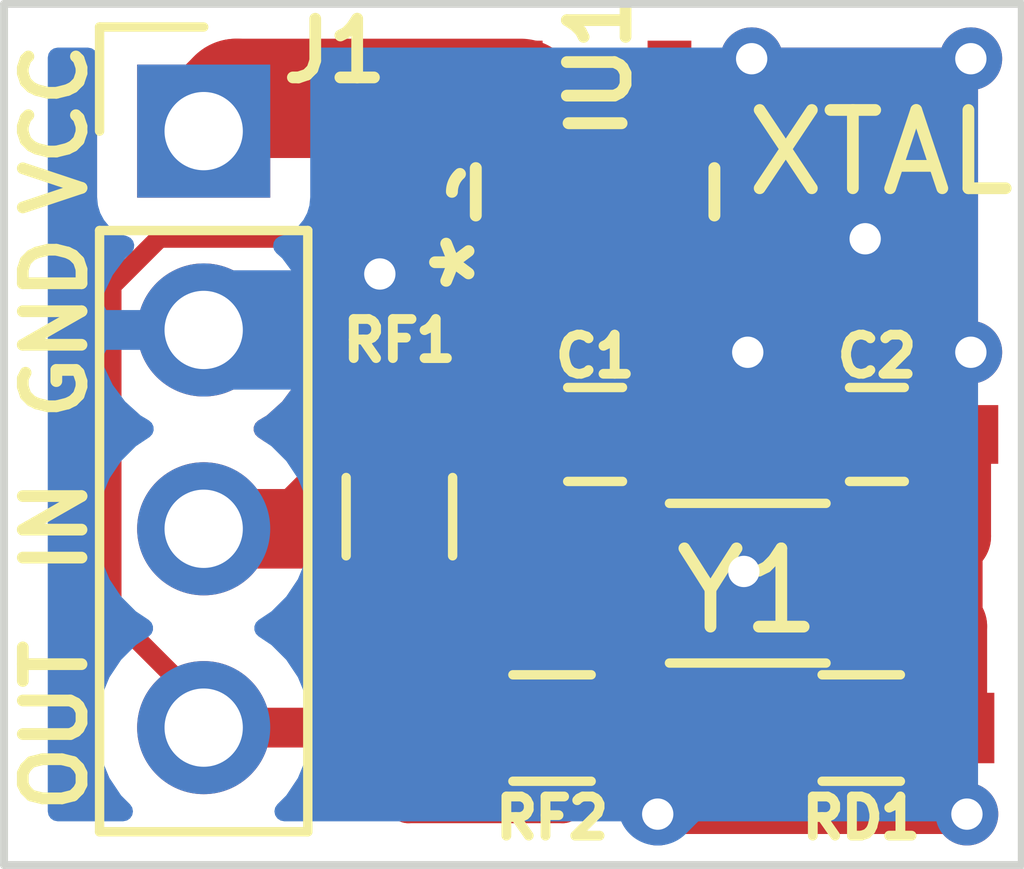
<source format=kicad_pcb>
(kicad_pcb (version 20171130) (host pcbnew "(5.1.6-0-10_14)")

  (general
    (thickness 1.6)
    (drawings 10)
    (tracks 88)
    (zones 0)
    (modules 8)
    (nets 7)
  )

  (page A4)
  (layers
    (0 F.Cu signal hide)
    (31 B.Cu signal hide)
    (32 B.Adhes user)
    (33 F.Adhes user)
    (34 B.Paste user)
    (35 F.Paste user)
    (36 B.SilkS user)
    (37 F.SilkS user)
    (38 B.Mask user)
    (39 F.Mask user)
    (40 Dwgs.User user hide)
    (41 Cmts.User user)
    (42 Eco1.User user)
    (43 Eco2.User user)
    (44 Edge.Cuts user)
    (45 Margin user)
    (46 B.CrtYd user)
    (47 F.CrtYd user hide)
    (48 B.Fab user)
    (49 F.Fab user hide)
  )

  (setup
    (last_trace_width 0.25)
    (user_trace_width 0.508)
    (user_trace_width 1.016)
    (user_trace_width 1.524)
    (user_trace_width 2.54)
    (trace_clearance 0.2)
    (zone_clearance 0.508)
    (zone_45_only no)
    (trace_min 0.2)
    (via_size 0.8)
    (via_drill 0.4)
    (via_min_size 0.4)
    (via_min_drill 0.3)
    (user_via 0.508 0.4)
    (user_via 1.016 0.4)
    (user_via 1.524 0.4)
    (user_via 2.54 0.4)
    (uvia_size 0.3)
    (uvia_drill 0.1)
    (uvias_allowed no)
    (uvia_min_size 0.2)
    (uvia_min_drill 0.1)
    (edge_width 0.1)
    (segment_width 0.2)
    (pcb_text_width 0.3)
    (pcb_text_size 1.5 1.5)
    (mod_edge_width 0.15)
    (mod_text_size 1 1)
    (mod_text_width 0.15)
    (pad_size 1.524 1.524)
    (pad_drill 0.762)
    (pad_to_mask_clearance 0)
    (aux_axis_origin 0 0)
    (visible_elements FFFFFF7F)
    (pcbplotparams
      (layerselection 0x010fc_ffffffff)
      (usegerberextensions true)
      (usegerberattributes true)
      (usegerberadvancedattributes true)
      (creategerberjobfile true)
      (excludeedgelayer true)
      (linewidth 0.100000)
      (plotframeref false)
      (viasonmask false)
      (mode 1)
      (useauxorigin false)
      (hpglpennumber 1)
      (hpglpenspeed 20)
      (hpglpendiameter 15.000000)
      (psnegative false)
      (psa4output false)
      (plotreference true)
      (plotvalue true)
      (plotinvisibletext false)
      (padsonsilk false)
      (subtractmaskfromsilk false)
      (outputformat 1)
      (mirror false)
      (drillshape 0)
      (scaleselection 1)
      (outputdirectory ""))
  )

  (net 0 "")
  (net 1 GND)
  (net 2 IN)
  (net 3 "Net-(C2-Pad1)")
  (net 4 OUT)
  (net 5 VCC)
  (net 6 "Net-(RF1-Pad1)")

  (net_class Default "This is the default net class."
    (clearance 0.2)
    (trace_width 0.25)
    (via_dia 0.8)
    (via_drill 0.4)
    (uvia_dia 0.3)
    (uvia_drill 0.1)
    (add_net GND)
    (add_net IN)
    (add_net "Net-(C2-Pad1)")
    (add_net "Net-(RF1-Pad1)")
    (add_net OUT)
    (add_net VCC)
  )

  (module Capacitors_SMD:C_0603_HandSoldering (layer F.Cu) (tedit 58AA848B) (tstamp 5FF5032A)
    (at 137.05 119)
    (descr "Capacitor SMD 0603, hand soldering")
    (tags "capacitor 0603")
    (path /5FDAF060)
    (attr smd)
    (fp_text reference C1 (at 0 -1 180) (layer F.SilkS)
      (effects (font (size 0.5 0.5) (thickness 0.125)))
    )
    (fp_text value 10pF (at 0 1.5) (layer F.Fab)
      (effects (font (size 1 1) (thickness 0.15)))
    )
    (fp_line (start -0.8 0.4) (end -0.8 -0.4) (layer F.Fab) (width 0.1))
    (fp_line (start 0.8 0.4) (end -0.8 0.4) (layer F.Fab) (width 0.1))
    (fp_line (start 0.8 -0.4) (end 0.8 0.4) (layer F.Fab) (width 0.1))
    (fp_line (start -0.8 -0.4) (end 0.8 -0.4) (layer F.Fab) (width 0.1))
    (fp_line (start -0.35 -0.6) (end 0.35 -0.6) (layer F.SilkS) (width 0.12))
    (fp_line (start 0.35 0.6) (end -0.35 0.6) (layer F.SilkS) (width 0.12))
    (fp_line (start -1.8 -0.65) (end 1.8 -0.65) (layer F.CrtYd) (width 0.05))
    (fp_line (start -1.8 -0.65) (end -1.8 0.65) (layer F.CrtYd) (width 0.05))
    (fp_line (start 1.8 0.65) (end 1.8 -0.65) (layer F.CrtYd) (width 0.05))
    (fp_line (start 1.8 0.65) (end -1.8 0.65) (layer F.CrtYd) (width 0.05))
    (fp_text user %R (at 0 -1.25) (layer F.Fab)
      (effects (font (size 1 1) (thickness 0.15)))
    )
    (pad 2 smd rect (at 0.95 0) (size 1.2 0.75) (layers F.Cu F.Paste F.Mask)
      (net 1 GND))
    (pad 1 smd rect (at -0.95 0) (size 1.2 0.75) (layers F.Cu F.Paste F.Mask)
      (net 2 IN))
    (model Capacitors_SMD.3dshapes/C_0603.wrl
      (at (xyz 0 0 0))
      (scale (xyz 1 1 1))
      (rotate (xyz 0 0 0))
    )
  )

  (module Capacitors_SMD:C_0603_HandSoldering (layer F.Cu) (tedit 58AA848B) (tstamp 5FF5033B)
    (at 140.65 119 180)
    (descr "Capacitor SMD 0603, hand soldering")
    (tags "capacitor 0603")
    (path /5FDAF9F8)
    (attr smd)
    (fp_text reference C2 (at 0 1) (layer F.SilkS)
      (effects (font (size 0.5 0.5) (thickness 0.125)))
    )
    (fp_text value 10pF (at 0 1.5) (layer F.Fab)
      (effects (font (size 1 1) (thickness 0.15)))
    )
    (fp_line (start 1.8 0.65) (end -1.8 0.65) (layer F.CrtYd) (width 0.05))
    (fp_line (start 1.8 0.65) (end 1.8 -0.65) (layer F.CrtYd) (width 0.05))
    (fp_line (start -1.8 -0.65) (end -1.8 0.65) (layer F.CrtYd) (width 0.05))
    (fp_line (start -1.8 -0.65) (end 1.8 -0.65) (layer F.CrtYd) (width 0.05))
    (fp_line (start 0.35 0.6) (end -0.35 0.6) (layer F.SilkS) (width 0.12))
    (fp_line (start -0.35 -0.6) (end 0.35 -0.6) (layer F.SilkS) (width 0.12))
    (fp_line (start -0.8 -0.4) (end 0.8 -0.4) (layer F.Fab) (width 0.1))
    (fp_line (start 0.8 -0.4) (end 0.8 0.4) (layer F.Fab) (width 0.1))
    (fp_line (start 0.8 0.4) (end -0.8 0.4) (layer F.Fab) (width 0.1))
    (fp_line (start -0.8 0.4) (end -0.8 -0.4) (layer F.Fab) (width 0.1))
    (fp_text user %R (at 0 -1.25) (layer F.Fab)
      (effects (font (size 1 1) (thickness 0.15)))
    )
    (pad 1 smd rect (at -0.95 0 180) (size 1.2 0.75) (layers F.Cu F.Paste F.Mask)
      (net 3 "Net-(C2-Pad1)"))
    (pad 2 smd rect (at 0.95 0 180) (size 1.2 0.75) (layers F.Cu F.Paste F.Mask)
      (net 1 GND))
    (model Capacitors_SMD.3dshapes/C_0603.wrl
      (at (xyz 0 0 0))
      (scale (xyz 1 1 1))
      (rotate (xyz 0 0 0))
    )
  )

  (module Resistors_SMD:R_0603_HandSoldering (layer F.Cu) (tedit 58E0A804) (tstamp 5FF50399)
    (at 140.45 122.75)
    (descr "Resistor SMD 0603, hand soldering")
    (tags "resistor 0603")
    (path /5FDB0E24)
    (attr smd)
    (fp_text reference RD1 (at 0 1.15) (layer F.SilkS)
      (effects (font (size 0.5 0.5) (thickness 0.125)))
    )
    (fp_text value 560kOhm (at 0 1.55) (layer F.Fab)
      (effects (font (size 1 1) (thickness 0.15)))
    )
    (fp_line (start -0.8 0.4) (end -0.8 -0.4) (layer F.Fab) (width 0.1))
    (fp_line (start 0.8 0.4) (end -0.8 0.4) (layer F.Fab) (width 0.1))
    (fp_line (start 0.8 -0.4) (end 0.8 0.4) (layer F.Fab) (width 0.1))
    (fp_line (start -0.8 -0.4) (end 0.8 -0.4) (layer F.Fab) (width 0.1))
    (fp_line (start 0.5 0.68) (end -0.5 0.68) (layer F.SilkS) (width 0.12))
    (fp_line (start -0.5 -0.68) (end 0.5 -0.68) (layer F.SilkS) (width 0.12))
    (fp_line (start -1.96 -0.7) (end 1.95 -0.7) (layer F.CrtYd) (width 0.05))
    (fp_line (start -1.96 -0.7) (end -1.96 0.7) (layer F.CrtYd) (width 0.05))
    (fp_line (start 1.95 0.7) (end 1.95 -0.7) (layer F.CrtYd) (width 0.05))
    (fp_line (start 1.95 0.7) (end -1.96 0.7) (layer F.CrtYd) (width 0.05))
    (fp_text user %R (at 0 0) (layer F.Fab)
      (effects (font (size 0.4 0.4) (thickness 0.075)))
    )
    (pad 2 smd rect (at 1.1 0) (size 1.2 0.9) (layers F.Cu F.Paste F.Mask)
      (net 3 "Net-(C2-Pad1)"))
    (pad 1 smd rect (at -1.1 0) (size 1.2 0.9) (layers F.Cu F.Paste F.Mask)
      (net 4 OUT))
    (model ${KISYS3DMOD}/Resistors_SMD.3dshapes/R_0603.wrl
      (at (xyz 0 0 0))
      (scale (xyz 1 1 1))
      (rotate (xyz 0 0 0))
    )
  )

  (module Resistors_SMD:R_0603_HandSoldering (layer F.Cu) (tedit 58E0A804) (tstamp 5FF503AA)
    (at 134.55 120.05 90)
    (descr "Resistor SMD 0603, hand soldering")
    (tags "resistor 0603")
    (path /5FDB181C)
    (attr smd)
    (fp_text reference RF1 (at 2.25 0 180) (layer F.SilkS)
      (effects (font (size 0.5 0.5) (thickness 0.125)))
    )
    (fp_text value 10M (at 0 1.55 90) (layer F.Fab)
      (effects (font (size 1 1) (thickness 0.15)))
    )
    (fp_line (start 1.95 0.7) (end -1.96 0.7) (layer F.CrtYd) (width 0.05))
    (fp_line (start 1.95 0.7) (end 1.95 -0.7) (layer F.CrtYd) (width 0.05))
    (fp_line (start -1.96 -0.7) (end -1.96 0.7) (layer F.CrtYd) (width 0.05))
    (fp_line (start -1.96 -0.7) (end 1.95 -0.7) (layer F.CrtYd) (width 0.05))
    (fp_line (start -0.5 -0.68) (end 0.5 -0.68) (layer F.SilkS) (width 0.12))
    (fp_line (start 0.5 0.68) (end -0.5 0.68) (layer F.SilkS) (width 0.12))
    (fp_line (start -0.8 -0.4) (end 0.8 -0.4) (layer F.Fab) (width 0.1))
    (fp_line (start 0.8 -0.4) (end 0.8 0.4) (layer F.Fab) (width 0.1))
    (fp_line (start 0.8 0.4) (end -0.8 0.4) (layer F.Fab) (width 0.1))
    (fp_line (start -0.8 0.4) (end -0.8 -0.4) (layer F.Fab) (width 0.1))
    (fp_text user %R (at 0 0 90) (layer F.Fab)
      (effects (font (size 0.4 0.4) (thickness 0.075)))
    )
    (pad 1 smd rect (at -1.1 0 90) (size 1.2 0.9) (layers F.Cu F.Paste F.Mask)
      (net 6 "Net-(RF1-Pad1)"))
    (pad 2 smd rect (at 1.1 0 90) (size 1.2 0.9) (layers F.Cu F.Paste F.Mask)
      (net 2 IN))
    (model ${KISYS3DMOD}/Resistors_SMD.3dshapes/R_0603.wrl
      (at (xyz 0 0 0))
      (scale (xyz 1 1 1))
      (rotate (xyz 0 0 0))
    )
  )

  (module Ninja-qPCR:SN74LVC1G04DBVR (layer F.Cu) (tedit 0) (tstamp 5FF509FE)
    (at 137.05 115.9 90)
    (path /5FDC0F6E)
    (fp_text reference U1 (at 1.8 0.05 90) (layer F.SilkS)
      (effects (font (size 0.75 0.75) (thickness 0.15)))
    )
    (fp_text value SN74LVC1G04DBVR (at 0 0 90) (layer F.SilkS) hide
      (effects (font (size 1 1) (thickness 0.15)))
    )
    (fp_line (start 2.1844 1.778) (end -2.1844 1.778) (layer F.CrtYd) (width 0.1524))
    (fp_line (start 2.1844 -1.778) (end 2.1844 1.778) (layer F.CrtYd) (width 0.1524))
    (fp_line (start -2.1844 -1.778) (end 2.1844 -1.778) (layer F.CrtYd) (width 0.1524))
    (fp_line (start -2.1844 1.778) (end -2.1844 -1.778) (layer F.CrtYd) (width 0.1524))
    (fp_line (start 1.4986 -1.204) (end 0.8763 -1.204) (layer F.Fab) (width 0.1524))
    (fp_line (start 1.4986 -0.696) (end 1.4986 -1.204) (layer F.Fab) (width 0.1524))
    (fp_line (start 0.8763 -0.696) (end 1.4986 -0.696) (layer F.Fab) (width 0.1524))
    (fp_line (start 0.8763 -1.204) (end 0.8763 -0.696) (layer F.Fab) (width 0.1524))
    (fp_line (start 1.4986 0.696) (end 0.8763 0.696) (layer F.Fab) (width 0.1524))
    (fp_line (start 1.4986 1.204) (end 1.4986 0.696) (layer F.Fab) (width 0.1524))
    (fp_line (start 0.8763 1.204) (end 1.4986 1.204) (layer F.Fab) (width 0.1524))
    (fp_line (start 0.8763 0.696) (end 0.8763 1.204) (layer F.Fab) (width 0.1524))
    (fp_line (start -1.4986 1.204) (end -0.8763 1.204) (layer F.Fab) (width 0.1524))
    (fp_line (start -1.4986 0.696) (end -1.4986 1.204) (layer F.Fab) (width 0.1524))
    (fp_line (start -0.8763 0.696) (end -1.4986 0.696) (layer F.Fab) (width 0.1524))
    (fp_line (start -0.8763 1.204) (end -0.8763 0.696) (layer F.Fab) (width 0.1524))
    (fp_line (start -1.4986 0.254) (end -0.8763 0.254) (layer F.Fab) (width 0.1524))
    (fp_line (start -1.4986 -0.254) (end -1.4986 0.254) (layer F.Fab) (width 0.1524))
    (fp_line (start -0.8763 -0.254) (end -1.4986 -0.254) (layer F.Fab) (width 0.1524))
    (fp_line (start -0.8763 0.254) (end -0.8763 -0.254) (layer F.Fab) (width 0.1524))
    (fp_line (start -1.4986 -0.696) (end -0.8763 -0.696) (layer F.Fab) (width 0.1524))
    (fp_line (start -1.4986 -1.204) (end -1.4986 -0.696) (layer F.Fab) (width 0.1524))
    (fp_line (start -0.8763 -1.204) (end -1.4986 -1.204) (layer F.Fab) (width 0.1524))
    (fp_line (start -0.8763 -0.696) (end -0.8763 -1.204) (layer F.Fab) (width 0.1524))
    (fp_line (start -0.8763 -1.524) (end -0.8763 1.524) (layer F.Fab) (width 0.1524))
    (fp_line (start 0.8763 -1.524) (end -0.8763 -1.524) (layer F.Fab) (width 0.1524))
    (fp_line (start 0.8763 1.524) (end 0.8763 -1.524) (layer F.Fab) (width 0.1524))
    (fp_line (start -0.8763 1.524) (end 0.8763 1.524) (layer F.Fab) (width 0.1524))
    (fp_line (start 0.302516 -1.524) (end -0.302516 -1.524) (layer F.SilkS) (width 0.1524))
    (fp_line (start 0.8763 0.337861) (end 0.8763 -0.337861) (layer F.SilkS) (width 0.1524))
    (fp_line (start -0.302516 1.524) (end 0.302516 1.524) (layer F.SilkS) (width 0.1524))
    (fp_arc (start 0 -1.524) (end 0.3048 -1.524) (angle 180) (layer F.Fab) (width 0.1524))
    (fp_arc (start 0 -1.524) (end 0 -1.8288) (angle 48.370041) (layer F.SilkS) (width 0.1524))
    (fp_text user * (at -1.4478 -2.6518 90) (layer F.Fab)
      (effects (font (size 1 1) (thickness 0.15)))
    )
    (fp_text user * (at -1.4478 -2.6518 90) (layer F.Fab)
      (effects (font (size 1 1) (thickness 0.15)))
    )
    (fp_text user * (at -0.9 -1.5 90) (layer F.SilkS)
      (effects (font (size 1 1) (thickness 0.15)))
    )
    (fp_text user "Copyright 2016 Accelerated Designs. All rights reserved." (at 0 0 90) (layer Cmts.User)
      (effects (font (size 0.127 0.127) (thickness 0.002)))
    )
    (pad 5 smd rect (at 1.1938 -0.950001 90) (size 1.4732 0.5588) (layers F.Cu F.Paste F.Mask)
      (net 5 VCC))
    (pad 4 smd rect (at 1.1938 0.950001 90) (size 1.4732 0.5588) (layers F.Cu F.Paste F.Mask)
      (net 4 OUT))
    (pad 3 smd rect (at -1.1938 0.950001 90) (size 1.4732 0.5588) (layers F.Cu F.Paste F.Mask)
      (net 1 GND))
    (pad 2 smd rect (at -1.1938 0 90) (size 1.4732 0.5588) (layers F.Cu F.Paste F.Mask)
      (net 2 IN))
    (pad 1 smd rect (at -1.1938 -0.950001 90) (size 1.4732 0.5588) (layers F.Cu F.Paste F.Mask))
  )

  (module Capacitors_SMD:C_1206_HandSoldering (layer F.Cu) (tedit 58AA84D1) (tstamp 5FF503EA)
    (at 139 120.9)
    (descr "Capacitor SMD 1206, hand soldering")
    (tags "capacitor 1206")
    (path /5FDACDF0)
    (attr smd)
    (fp_text reference Y1 (at 0 0.1) (layer F.SilkS)
      (effects (font (size 1 1) (thickness 0.15)))
    )
    (fp_text value 32.768kHz (at 0 2) (layer F.Fab) hide
      (effects (font (size 1 1) (thickness 0.15)))
    )
    (fp_line (start -1.6 0.8) (end -1.6 -0.8) (layer F.Fab) (width 0.1))
    (fp_line (start 1.6 0.8) (end -1.6 0.8) (layer F.Fab) (width 0.1))
    (fp_line (start 1.6 -0.8) (end 1.6 0.8) (layer F.Fab) (width 0.1))
    (fp_line (start -1.6 -0.8) (end 1.6 -0.8) (layer F.Fab) (width 0.1))
    (fp_line (start 1 -1.02) (end -1 -1.02) (layer F.SilkS) (width 0.12))
    (fp_line (start -1 1.02) (end 1 1.02) (layer F.SilkS) (width 0.12))
    (fp_line (start -3.25 -1.05) (end 3.25 -1.05) (layer F.CrtYd) (width 0.05))
    (fp_line (start -3.25 -1.05) (end -3.25 1.05) (layer F.CrtYd) (width 0.05))
    (fp_line (start 3.25 1.05) (end 3.25 -1.05) (layer F.CrtYd) (width 0.05))
    (fp_line (start 3.25 1.05) (end -3.25 1.05) (layer F.CrtYd) (width 0.05))
    (fp_text user %R (at 0 -1.75) (layer F.Fab)
      (effects (font (size 1 1) (thickness 0.15)))
    )
    (pad 2 smd rect (at 2 0) (size 2 1.6) (layers F.Cu F.Paste F.Mask)
      (net 3 "Net-(C2-Pad1)"))
    (pad 1 smd rect (at -2 0) (size 2 1.6) (layers F.Cu F.Paste F.Mask)
      (net 2 IN))
    (model Capacitors_SMD.3dshapes/C_1206.wrl
      (at (xyz 0 0 0))
      (scale (xyz 1 1 1))
      (rotate (xyz 0 0 0))
    )
  )

  (module Pin_Headers:Pin_Header_Straight_1x04_Pitch2.54mm (layer F.Cu) (tedit 59650532) (tstamp 5FF50583)
    (at 132.05 115.125001)
    (descr "Through hole straight pin header, 1x04, 2.54mm pitch, single row")
    (tags "Through hole pin header THT 1x04 2.54mm single row")
    (path /5FDC7727)
    (fp_text reference J1 (at 1.674999 -1.025001) (layer F.SilkS)
      (effects (font (size 0.75 0.75) (thickness 0.15)))
    )
    (fp_text value Conn_01x04_Male (at 0 9.95) (layer F.Fab) hide
      (effects (font (size 1 1) (thickness 0.15)))
    )
    (fp_line (start -0.635 -1.27) (end 1.27 -1.27) (layer F.Fab) (width 0.1))
    (fp_line (start 1.27 -1.27) (end 1.27 8.89) (layer F.Fab) (width 0.1))
    (fp_line (start 1.27 8.89) (end -1.27 8.89) (layer F.Fab) (width 0.1))
    (fp_line (start -1.27 8.89) (end -1.27 -0.635) (layer F.Fab) (width 0.1))
    (fp_line (start -1.27 -0.635) (end -0.635 -1.27) (layer F.Fab) (width 0.1))
    (fp_line (start -1.33 8.95) (end 1.33 8.95) (layer F.SilkS) (width 0.12))
    (fp_line (start -1.33 1.27) (end -1.33 8.95) (layer F.SilkS) (width 0.12))
    (fp_line (start 1.33 1.27) (end 1.33 8.95) (layer F.SilkS) (width 0.12))
    (fp_line (start -1.33 1.27) (end 1.33 1.27) (layer F.SilkS) (width 0.12))
    (fp_line (start -1.33 0) (end -1.33 -1.33) (layer F.SilkS) (width 0.12))
    (fp_line (start -1.33 -1.33) (end 0 -1.33) (layer F.SilkS) (width 0.12))
    (fp_line (start -1.8 -1.8) (end -1.8 9.4) (layer F.CrtYd) (width 0.05))
    (fp_line (start -1.8 9.4) (end 1.8 9.4) (layer F.CrtYd) (width 0.05))
    (fp_line (start 1.8 9.4) (end 1.8 -1.8) (layer F.CrtYd) (width 0.05))
    (fp_line (start 1.8 -1.8) (end -1.8 -1.8) (layer F.CrtYd) (width 0.05))
    (fp_text user %R (at 0 3.81 90) (layer F.Fab) hide
      (effects (font (size 1 1) (thickness 0.15)))
    )
    (pad 4 thru_hole oval (at 0 7.62) (size 1.7 1.7) (drill 1) (layers *.Cu *.Mask)
      (net 4 OUT))
    (pad 3 thru_hole oval (at 0 5.08) (size 1.7 1.7) (drill 1) (layers *.Cu *.Mask)
      (net 2 IN))
    (pad 2 thru_hole oval (at 0 2.54) (size 1.7 1.7) (drill 1) (layers *.Cu *.Mask)
      (net 1 GND))
    (pad 1 thru_hole rect (at 0 0) (size 1.7 1.7) (drill 1) (layers *.Cu *.Mask)
      (net 5 VCC))
    (model ${KISYS3DMOD}/Pin_Headers.3dshapes/Pin_Header_Straight_1x04_Pitch2.54mm.wrl
      (at (xyz 0 0 0))
      (scale (xyz 1 1 1))
      (rotate (xyz 0 0 0))
    )
  )

  (module Resistors_SMD:R_0603_HandSoldering (layer F.Cu) (tedit 58E0A804) (tstamp 5FF5422C)
    (at 136.5 122.75 180)
    (descr "Resistor SMD 0603, hand soldering")
    (tags "resistor 0603")
    (path /5FF55082)
    (attr smd)
    (fp_text reference RF2 (at 0 -1.15) (layer F.SilkS)
      (effects (font (size 0.5 0.5) (thickness 0.125)))
    )
    (fp_text value 10M (at 0 1.55) (layer F.Fab)
      (effects (font (size 1 1) (thickness 0.15)))
    )
    (fp_line (start 1.95 0.7) (end -1.96 0.7) (layer F.CrtYd) (width 0.05))
    (fp_line (start 1.95 0.7) (end 1.95 -0.7) (layer F.CrtYd) (width 0.05))
    (fp_line (start -1.96 -0.7) (end -1.96 0.7) (layer F.CrtYd) (width 0.05))
    (fp_line (start -1.96 -0.7) (end 1.95 -0.7) (layer F.CrtYd) (width 0.05))
    (fp_line (start -0.5 -0.68) (end 0.5 -0.68) (layer F.SilkS) (width 0.12))
    (fp_line (start 0.5 0.68) (end -0.5 0.68) (layer F.SilkS) (width 0.12))
    (fp_line (start -0.8 -0.4) (end 0.8 -0.4) (layer F.Fab) (width 0.1))
    (fp_line (start 0.8 -0.4) (end 0.8 0.4) (layer F.Fab) (width 0.1))
    (fp_line (start 0.8 0.4) (end -0.8 0.4) (layer F.Fab) (width 0.1))
    (fp_line (start -0.8 0.4) (end -0.8 -0.4) (layer F.Fab) (width 0.1))
    (fp_text user %R (at 0 0) (layer F.Fab)
      (effects (font (size 0.4 0.4) (thickness 0.075)))
    )
    (pad 2 smd rect (at 1.1 0 180) (size 1.2 0.9) (layers F.Cu F.Paste F.Mask)
      (net 6 "Net-(RF1-Pad1)"))
    (pad 1 smd rect (at -1.1 0 180) (size 1.2 0.9) (layers F.Cu F.Paste F.Mask)
      (net 4 OUT))
    (model ${KISYS3DMOD}/Resistors_SMD.3dshapes/R_0603.wrl
      (at (xyz 0 0 0))
      (scale (xyz 1 1 1))
      (rotate (xyz 0 0 0))
    )
  )

  (gr_text XTAL (at 140.7 115.4) (layer F.SilkS) (tstamp 5FF562F4)
    (effects (font (size 1 1) (thickness 0.15)))
  )
  (gr_text OUT (at 130.15 122.72 90) (layer F.SilkS) (tstamp 5FF56273)
    (effects (font (size 0.75 0.75) (thickness 0.15)))
  )
  (gr_text IN (at 130.15 120.18 90) (layer F.SilkS) (tstamp 5FF56271)
    (effects (font (size 0.75 0.75) (thickness 0.15)))
  )
  (gr_text GND (at 130.15 117.64 90) (layer F.SilkS) (tstamp 5FF5626F)
    (effects (font (size 0.75 0.75) (thickness 0.15)))
  )
  (gr_text 11x13mm (at 132.5 111) (layer Dwgs.User)
    (effects (font (size 1 1) (thickness 0.15)))
  )
  (gr_text VCC (at 130.15 115.1 90) (layer F.SilkS)
    (effects (font (size 0.75 0.75) (thickness 0.15)))
  )
  (gr_line (start 142.5 113.5) (end 129.5 113.5) (layer Edge.Cuts) (width 0.1) (tstamp 5FF50BBA))
  (gr_line (start 142.5 124.5) (end 142.5 113.5) (layer Edge.Cuts) (width 0.1))
  (gr_line (start 129.5 124.5) (end 142.5 124.5) (layer Edge.Cuts) (width 0.1))
  (gr_line (start 129.5 113.5) (end 129.5 124.5) (layer Edge.Cuts) (width 0.1))

  (via (at 139 117.95) (size 0.8) (drill 0.4) (layers F.Cu B.Cu) (net 1))
  (via (at 141.85 117.95) (size 0.8) (drill 0.4) (layers F.Cu B.Cu) (net 1))
  (via (at 140.5 116.5) (size 0.8) (drill 0.4) (layers F.Cu B.Cu) (net 1) (tstamp 5FF50EC0))
  (via (at 139.05 114.2) (size 0.8) (drill 0.4) (layers F.Cu B.Cu) (net 1) (tstamp 5FF50F0B))
  (via (at 141.85 114.2) (size 0.8) (drill 0.4) (layers F.Cu B.Cu) (net 1) (tstamp 5FF50EC8))
  (via (at 138.95 120.75) (size 0.8) (drill 0.4) (layers F.Cu B.Cu) (net 1) (tstamp 5FF50ECE))
  (segment (start 139.55 119) (end 137.95 119) (width 0.508) (layer F.Cu) (net 1))
  (segment (start 137.95 119) (end 137.8 119) (width 0.508) (layer F.Cu) (net 1))
  (via (at 141.8 123.85) (size 0.8) (drill 0.4) (layers F.Cu B.Cu) (net 1) (tstamp 5FF556B0))
  (via (at 137.85 123.85) (size 0.8) (drill 0.4) (layers F.Cu B.Cu) (net 1) (tstamp 5FF556C0))
  (segment (start 135.865001 117.665001) (end 138.95 120.75) (width 1.524) (layer B.Cu) (net 1))
  (segment (start 132.05 117.665001) (end 135.865001 117.665001) (width 1.524) (layer B.Cu) (net 1))
  (segment (start 138.95 119.75) (end 139.7 119) (width 1.016) (layer F.Cu) (net 1))
  (segment (start 138.95 120.75) (end 138.95 119.75) (width 1.016) (layer F.Cu) (net 1))
  (segment (start 138 119) (end 139.7 119) (width 1.016) (layer F.Cu) (net 1))
  (segment (start 138.95 119.95) (end 138 119) (width 1.016) (layer F.Cu) (net 1))
  (segment (start 138.95 120.75) (end 138.95 119.95) (width 1.016) (layer F.Cu) (net 1))
  (segment (start 138 119) (end 138 118.650598) (width 1.016) (layer F.Cu) (net 1))
  (segment (start 138.95 122.64199) (end 137.85 123.74199) (width 1.016) (layer B.Cu) (net 1))
  (segment (start 138.95 120.75) (end 138.95 122.64199) (width 1.016) (layer B.Cu) (net 1))
  (segment (start 138.000001 118.999999) (end 138 119) (width 0.508) (layer F.Cu) (net 1))
  (segment (start 138.000001 117.0938) (end 138.000001 118.999999) (width 0.508) (layer F.Cu) (net 1))
  (segment (start 141.8 123.85) (end 137.85 123.85) (width 0.508) (layer F.Cu) (net 1))
  (segment (start 138.45 118.35) (end 139.3 118.35) (width 0.508) (layer F.Cu) (net 1))
  (segment (start 139.7 118.75) (end 139.7 119) (width 0.508) (layer F.Cu) (net 1))
  (segment (start 139.3 118.35) (end 139.7 118.75) (width 0.508) (layer F.Cu) (net 1))
  (segment (start 139 117.95) (end 138.4 117.35) (width 0.508) (layer F.Cu) (net 1))
  (segment (start 138.4 118.3) (end 138.45 118.35) (width 0.508) (layer F.Cu) (net 1))
  (segment (start 138.4 117.35) (end 138.4 118.3) (width 0.508) (layer F.Cu) (net 1))
  (segment (start 139.75 119) (end 139.7 119) (width 0.508) (layer F.Cu) (net 1))
  (segment (start 139 117.95) (end 139.85 117.95) (width 0.508) (layer F.Cu) (net 1))
  (segment (start 140.275 118.375) (end 140.275 118.475) (width 0.508) (layer F.Cu) (net 1))
  (segment (start 139.85 117.95) (end 140.275 118.375) (width 0.508) (layer F.Cu) (net 1))
  (segment (start 140.275 118.475) (end 139.75 119) (width 0.508) (layer F.Cu) (net 1))
  (segment (start 140.65 118.1) (end 140.275 118.475) (width 0.508) (layer F.Cu) (net 1))
  (segment (start 140.275 118.375) (end 139.975 118.375) (width 0.508) (layer F.Cu) (net 1))
  (segment (start 139.975 118.375) (end 138.45 116.85) (width 0.508) (layer F.Cu) (net 1))
  (segment (start 138.45 116.85) (end 138.45 116.35) (width 0.508) (layer F.Cu) (net 1))
  (segment (start 138.45 116.35) (end 138.85 115.95) (width 0.508) (layer F.Cu) (net 1))
  (segment (start 138.85 115.95) (end 138.75 116.05) (width 0.508) (layer F.Cu) (net 1))
  (segment (start 138.75 116.05) (end 138.75 116.7) (width 0.508) (layer F.Cu) (net 1))
  (via (at 134.3 116.95) (size 0.8) (drill 0.4) (layers F.Cu B.Cu) (net 1) (tstamp 5FF561E4))
  (segment (start 137 120.9) (end 136.85 120.9) (width 0.508) (layer F.Cu) (net 2))
  (segment (start 136.05 120.1) (end 136.05 119) (width 0.508) (layer F.Cu) (net 2))
  (segment (start 136.85 120.9) (end 136.05 120.1) (width 0.508) (layer F.Cu) (net 2))
  (segment (start 135.95 119.1) (end 136.05 119) (width 0.508) (layer F.Cu) (net 2))
  (segment (start 134.6 119.1) (end 135.95 119.1) (width 0.508) (layer F.Cu) (net 2))
  (segment (start 133.344999 120.205001) (end 134.5 119.05) (width 0.508) (layer F.Cu) (net 2))
  (segment (start 132.325001 120.205001) (end 133.344999 120.205001) (width 0.508) (layer F.Cu) (net 2))
  (segment (start 133.294999 120.205001) (end 134.55 118.95) (width 1.016) (layer F.Cu) (net 2))
  (segment (start 132.05 120.205001) (end 133.294999 120.205001) (width 1.016) (layer F.Cu) (net 2))
  (segment (start 136.05 118.95) (end 136.1 119) (width 1.016) (layer F.Cu) (net 2))
  (segment (start 134.55 118.95) (end 136.05 118.95) (width 1.016) (layer F.Cu) (net 2))
  (segment (start 136.1 120) (end 137 120.9) (width 1.016) (layer F.Cu) (net 2))
  (segment (start 136.1 119) (end 136.1 120) (width 1.016) (layer F.Cu) (net 2))
  (segment (start 137.05 118.05) (end 137.05 117.0938) (width 0.508) (layer F.Cu) (net 2))
  (segment (start 136.1 119) (end 137.05 118.05) (width 0.508) (layer F.Cu) (net 2))
  (segment (start 141.5 121.4) (end 141 120.9) (width 0.508) (layer F.Cu) (net 3))
  (segment (start 141.5 122.75) (end 141.5 121.4) (width 0.508) (layer F.Cu) (net 3))
  (segment (start 141.45 120.45) (end 141 120.9) (width 0.508) (layer F.Cu) (net 3))
  (segment (start 141.45 119) (end 141.45 120.45) (width 0.508) (layer F.Cu) (net 3))
  (segment (start 141.6 120.3) (end 141.6 119.058001) (width 1.016) (layer F.Cu) (net 3))
  (segment (start 141 120.9) (end 141.6 120.3) (width 1.016) (layer F.Cu) (net 3))
  (segment (start 141.55 121.45) (end 141 120.9) (width 1.016) (layer F.Cu) (net 3))
  (segment (start 141.55 122.75) (end 141.55 121.45) (width 1.016) (layer F.Cu) (net 3))
  (segment (start 137.7 122.75) (end 139.3 122.75) (width 0.508) (layer F.Cu) (net 4))
  (segment (start 138.389842 122.75) (end 138.381841 122.741999) (width 1.016) (layer F.Cu) (net 4))
  (segment (start 138.381841 122.741999) (end 137.6 122.741999) (width 1.016) (layer F.Cu) (net 4))
  (segment (start 139.35 122.75) (end 138.389842 122.75) (width 1.016) (layer F.Cu) (net 4))
  (segment (start 138.000001 115.849999) (end 138.000001 114.7062) (width 0.25) (layer F.Cu) (net 4))
  (segment (start 137.817801 116.032199) (end 138.000001 115.849999) (width 0.25) (layer F.Cu) (net 4))
  (segment (start 134.010558 116.032199) (end 137.817801 116.032199) (width 0.25) (layer F.Cu) (net 4))
  (segment (start 131.485999 116.49) (end 133.552757 116.49) (width 0.25) (layer F.Cu) (net 4))
  (segment (start 132.325001 122.745001) (end 130.874999 121.294999) (width 0.25) (layer F.Cu) (net 4))
  (segment (start 130.874999 121.294999) (end 130.874999 117.101) (width 0.25) (layer F.Cu) (net 4))
  (segment (start 130.874999 117.101) (end 131.485999 116.49) (width 0.25) (layer F.Cu) (net 4))
  (segment (start 133.552757 116.49) (end 134.010558 116.032199) (width 0.25) (layer F.Cu) (net 4))
  (segment (start 136.637992 123.712008) (end 134.662008 123.712008) (width 0.508) (layer F.Cu) (net 4))
  (segment (start 137.6 122.75) (end 136.637992 123.712008) (width 0.508) (layer F.Cu) (net 4))
  (segment (start 133.695001 122.745001) (end 132.05 122.745001) (width 0.508) (layer F.Cu) (net 4))
  (segment (start 134.662008 123.712008) (end 133.695001 122.745001) (width 0.508) (layer F.Cu) (net 4))
  (segment (start 132.704404 114.745598) (end 132.325001 115.125001) (width 0.25) (layer F.Cu) (net 5) (status 30))
  (segment (start 132.531215 114.918787) (end 132.325001 115.125001) (width 0.25) (layer F.Cu) (net 5) (status 30))
  (segment (start 132.374188 115.449189) (end 132.05 115.125001) (width 1.016) (layer F.Cu) (net 5))
  (segment (start 132.468801 114.7062) (end 136.099999 114.7062) (width 1.524) (layer F.Cu) (net 5))
  (segment (start 132.05 115.125001) (end 132.468801 114.7062) (width 1.524) (layer F.Cu) (net 5))
  (segment (start 134.55 121.9) (end 135.4 122.75) (width 1.016) (layer F.Cu) (net 6))
  (segment (start 134.55 121.15) (end 134.55 121.9) (width 1.016) (layer F.Cu) (net 6))

  (zone (net 1) (net_name GND) (layer F.Cu) (tstamp 5FF561E0) (hatch edge 0.508)
    (connect_pads (clearance 0.508))
    (min_thickness 0.254)
    (fill yes (arc_segments 32) (thermal_gap 0.508) (thermal_bridge_width 0.508))
    (polygon
      (pts
        (xy 143.5 125.017095) (xy 128.5 125) (xy 128.5 113) (xy 143.5 113.017095)
      )
    )
    (filled_polygon
      (pts
        (xy 138.85582 119.964502) (xy 138.975518 120.000812) (xy 139.1 120.013072) (xy 139.37075 120.010425) (xy 139.361928 120.1)
        (xy 139.361928 121.607) (xy 138.638072 121.607) (xy 138.638072 120.1) (xy 138.629227 120.010193) (xy 138.724482 120.000812)
        (xy 138.84418 119.964502) (xy 138.85 119.961391)
      )
    )
    (filled_polygon
      (pts
        (xy 141.815001 117.930647) (xy 141.6 117.909471) (xy 141.375934 117.93154) (xy 141.193345 117.986928) (xy 141 117.986928)
        (xy 140.875518 117.999188) (xy 140.75582 118.035498) (xy 140.65 118.092061) (xy 140.54418 118.035498) (xy 140.424482 117.999188)
        (xy 140.3 117.986928) (xy 139.98575 117.99) (xy 139.827 118.14875) (xy 139.827 118.873) (xy 139.847 118.873)
        (xy 139.847 119.127) (xy 139.827 119.127) (xy 139.827 119.147) (xy 139.573 119.147) (xy 139.573 119.127)
        (xy 138.127 119.127) (xy 138.127 119.147) (xy 137.873 119.147) (xy 137.873 119.127) (xy 137.853 119.127)
        (xy 137.853 118.873) (xy 137.873 118.873) (xy 137.873 118.39616) (xy 137.875303 118.391851) (xy 137.919586 118.245868)
        (xy 137.926136 118.224275) (xy 137.93157 118.1691) (xy 137.933574 118.14875) (xy 138.127 118.14875) (xy 138.127 118.873)
        (xy 139.573 118.873) (xy 139.573 118.14875) (xy 139.41425 117.99) (xy 139.1 117.986928) (xy 138.975518 117.999188)
        (xy 138.883333 118.027152) (xy 138.905585 117.952996) (xy 138.91747 117.828478) (xy 138.914401 117.37955) (xy 138.755651 117.2208)
        (xy 138.127001 117.2208) (xy 138.127001 118.148749) (xy 138.127 118.14875) (xy 137.933574 118.14875) (xy 137.939 118.093667)
        (xy 137.939 118.09366) (xy 137.9433 118.05) (xy 137.939148 118.007839) (xy 137.955212 117.954882) (xy 137.967472 117.8304)
        (xy 137.967472 116.9468) (xy 138.127001 116.9468) (xy 138.127001 116.9668) (xy 138.755651 116.9668) (xy 138.914401 116.80805)
        (xy 138.91747 116.359122) (xy 138.905585 116.234604) (xy 138.869635 116.114797) (xy 138.811004 116.004306) (xy 138.755216 115.93591)
        (xy 138.760001 115.887332) (xy 138.760001 115.887324) (xy 138.763267 115.854163) (xy 138.809938 115.797294) (xy 138.868903 115.68698)
        (xy 138.905213 115.567282) (xy 138.917473 115.4428) (xy 138.917473 114.185) (xy 141.815001 114.185)
      )
    )
    (filled_polygon
      (pts
        (xy 135.182527 117.741796) (xy 135.124482 117.724188) (xy 135 117.711928) (xy 134.1 117.711928) (xy 133.975518 117.724188)
        (xy 133.85582 117.760498) (xy 133.745506 117.819463) (xy 133.648815 117.898815) (xy 133.569463 117.995506) (xy 133.510498 118.10582)
        (xy 133.474188 118.225518) (xy 133.461928 118.35) (xy 133.461928 118.421626) (xy 132.897959 118.985595) (xy 132.814466 118.929806)
        (xy 132.931355 118.860179) (xy 133.147588 118.66527) (xy 133.321641 118.431921) (xy 133.446825 118.1691) (xy 133.491476 118.021891)
        (xy 133.370155 117.792001) (xy 132.177 117.792001) (xy 132.177 117.812001) (xy 131.923 117.812001) (xy 131.923 117.792001)
        (xy 131.903 117.792001) (xy 131.903 117.538001) (xy 131.923 117.538001) (xy 131.923 117.518001) (xy 132.177 117.518001)
        (xy 132.177 117.538001) (xy 133.370155 117.538001) (xy 133.491476 117.308111) (xy 133.47385 117.25) (xy 133.515435 117.25)
        (xy 133.552757 117.253676) (xy 133.590079 117.25) (xy 133.59009 117.25) (xy 133.701743 117.239003) (xy 133.845004 117.195546)
        (xy 133.977033 117.124974) (xy 134.092758 117.030001) (xy 134.11656 117.000998) (xy 134.32536 116.792199) (xy 135.182527 116.792199)
      )
    )
  )
  (zone (net 1) (net_name GND) (layer B.Cu) (tstamp 5FF561DD) (hatch edge 0.508)
    (connect_pads (clearance 0.508))
    (min_thickness 0.254)
    (fill yes (arc_segments 32) (thermal_gap 0.508) (thermal_bridge_width 0.508))
    (polygon
      (pts
        (xy 144 125.5) (xy 128 125.5) (xy 128 112.5) (xy 144 112.5)
      )
    )
    (filled_polygon
      (pts
        (xy 130.561928 114.275001) (xy 130.561928 115.975001) (xy 130.574188 116.099483) (xy 130.610498 116.219181) (xy 130.669463 116.329495)
        (xy 130.748815 116.426186) (xy 130.845506 116.505538) (xy 130.95582 116.564503) (xy 131.036466 116.588967) (xy 130.952412 116.664732)
        (xy 130.778359 116.898081) (xy 130.653175 117.160902) (xy 130.608524 117.308111) (xy 130.729845 117.538001) (xy 131.923 117.538001)
        (xy 131.923 117.518001) (xy 132.177 117.518001) (xy 132.177 117.538001) (xy 133.370155 117.538001) (xy 133.491476 117.308111)
        (xy 133.446825 117.160902) (xy 133.321641 116.898081) (xy 133.147588 116.664732) (xy 133.063534 116.588967) (xy 133.14418 116.564503)
        (xy 133.254494 116.505538) (xy 133.351185 116.426186) (xy 133.430537 116.329495) (xy 133.489502 116.219181) (xy 133.525812 116.099483)
        (xy 133.538072 115.975001) (xy 133.538072 114.275001) (xy 133.529208 114.185) (xy 141.815001 114.185) (xy 141.815 123.815)
        (xy 133.080108 123.815) (xy 133.203475 123.691633) (xy 133.36599 123.448412) (xy 133.477932 123.178159) (xy 133.535 122.891261)
        (xy 133.535 122.598741) (xy 133.477932 122.311843) (xy 133.36599 122.04159) (xy 133.203475 121.798369) (xy 132.996632 121.591526)
        (xy 132.82224 121.475001) (xy 132.996632 121.358476) (xy 133.203475 121.151633) (xy 133.36599 120.908412) (xy 133.477932 120.638159)
        (xy 133.535 120.351261) (xy 133.535 120.058741) (xy 133.477932 119.771843) (xy 133.36599 119.50159) (xy 133.203475 119.258369)
        (xy 132.996632 119.051526) (xy 132.814466 118.929806) (xy 132.931355 118.860179) (xy 133.147588 118.66527) (xy 133.321641 118.431921)
        (xy 133.446825 118.1691) (xy 133.491476 118.021891) (xy 133.370155 117.792001) (xy 132.177 117.792001) (xy 132.177 117.812001)
        (xy 131.923 117.812001) (xy 131.923 117.792001) (xy 130.729845 117.792001) (xy 130.608524 118.021891) (xy 130.653175 118.1691)
        (xy 130.778359 118.431921) (xy 130.952412 118.66527) (xy 131.168645 118.860179) (xy 131.285534 118.929806) (xy 131.103368 119.051526)
        (xy 130.896525 119.258369) (xy 130.73401 119.50159) (xy 130.622068 119.771843) (xy 130.565 120.058741) (xy 130.565 120.351261)
        (xy 130.622068 120.638159) (xy 130.73401 120.908412) (xy 130.896525 121.151633) (xy 131.103368 121.358476) (xy 131.27776 121.475001)
        (xy 131.103368 121.591526) (xy 130.896525 121.798369) (xy 130.73401 122.04159) (xy 130.622068 122.311843) (xy 130.565 122.598741)
        (xy 130.565 122.891261) (xy 130.622068 123.178159) (xy 130.73401 123.448412) (xy 130.896525 123.691633) (xy 131.019892 123.815)
        (xy 130.185 123.815) (xy 130.185 114.185) (xy 130.570792 114.185)
      )
    )
  )
)

</source>
